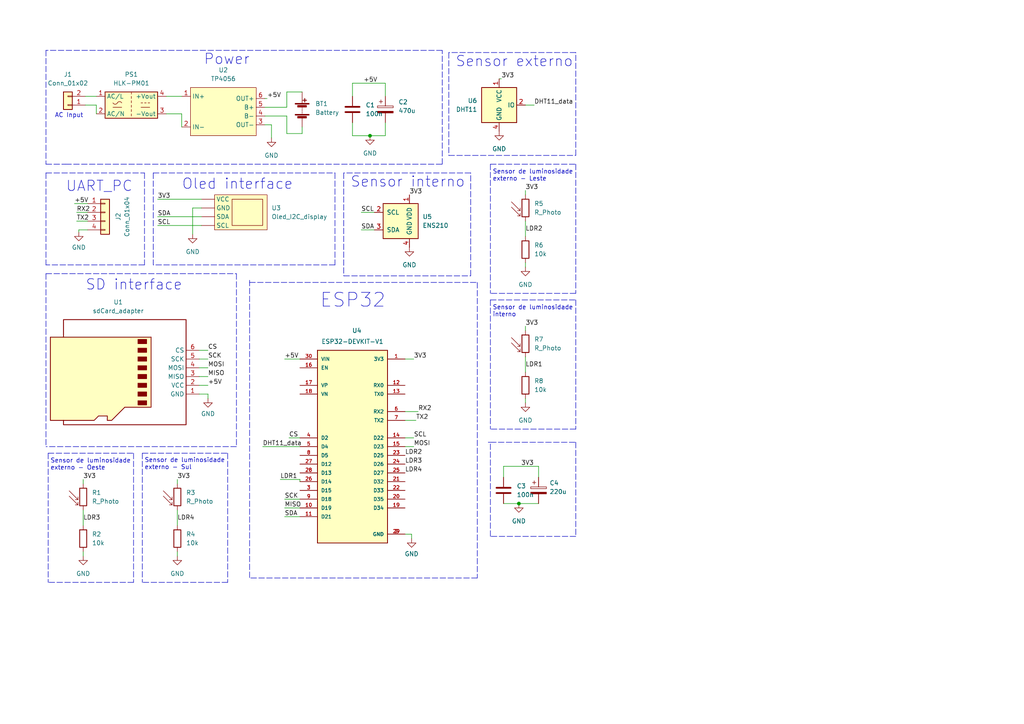
<source format=kicad_sch>
(kicad_sch (version 20211123) (generator eeschema)
  (paper "A4")
  (lib_symbols
    (symbol "Connector_Generic:Conn_01x02" (pin_names (offset 1.016) hide)
      (property "Reference" "J" (at 0 2.54 0))
      (property "Value" "Conn_01x02" (at 0 -5.08 0))
      (symbol "Conn_01x02_1_1"
        (rectangle (start -1.27 -2.413) (end 0 -2.667) (stroke (width 0.1524)))
        (rectangle (start -1.27 0.127) (end 0 -0.127) (stroke (width 0.1524)))
        (rectangle (start -1.27 1.27) (end 1.27 -3.81) (stroke (width 0.254)) (fill (type background)))
        (pin passive line (at -5.08 0 0) (length 3.81) (name "Pin_1") (number "1"))
        (pin passive line (at -5.08 -2.54 0) (length 3.81) (name "Pin_2") (number "2"))
      )
    )
    (symbol "Connector_Generic:Conn_01x04" (pin_names (offset 1.016) hide)
      (property "Reference" "J" (at 0 5.08 0))
      (property "Value" "Conn_01x04" (at 0 -7.62 0))
      (symbol "Conn_01x04_1_1"
        (rectangle (start -1.27 -4.953) (end 0 -5.207) (stroke (width 0.1524)))
        (rectangle (start -1.27 -2.413) (end 0 -2.667) (stroke (width 0.1524)))
        (rectangle (start -1.27 0.127) (end 0 -0.127) (stroke (width 0.1524)))
        (rectangle (start -1.27 2.667) (end 0 2.413) (stroke (width 0.1524)))
        (rectangle (start -1.27 3.81) (end 1.27 -6.35) (stroke (width 0.254)) (fill (type background)))
        (pin passive line (at -5.08 2.54 0) (length 3.81) (name "Pin_1") (number "1"))
        (pin passive line (at -5.08 0 0) (length 3.81) (name "Pin_2") (number "2"))
        (pin passive line (at -5.08 -2.54 0) (length 3.81) (name "Pin_3") (number "3"))
        (pin passive line (at -5.08 -5.08 0) (length 3.81) (name "Pin_4") (number "4"))
      )
    )
    (symbol "Converter_ACDC:HLK-PM01"
      (property "Reference" "PS" (at 0 5.08 0))
      (property "Value" "HLK-PM01" (at 0 -5.08 0))
      (symbol "HLK-PM01_0_1"
        (rectangle (start -7.62 3.81) (end 7.62 -3.81) (stroke (width 0.254)) (fill (type background)))
        (arc (start -5.334 0.635) (mid -4.699 0.2495) (end -4.064 0.635))
        (arc (start -2.794 0.635) (mid -3.429 1.0072) (end -4.064 0.635))
        (polyline (pts (xy -5.334 -0.635) (xy -2.794 -0.635)))
        (polyline (pts (xy 0 -2.54) (xy 0 -3.175)))
        (polyline (pts (xy 0 -1.27) (xy 0 -1.905)))
        (polyline (pts (xy 0 0) (xy 0 -0.635)))
        (polyline (pts (xy 0 1.27) (xy 0 0.635)))
        (polyline (pts (xy 0 2.54) (xy 0 1.905)))
        (polyline (pts (xy 0 3.81) (xy 0 3.175)))
        (polyline (pts (xy 2.794 -0.635) (xy 5.334 -0.635)))
        (polyline (pts (xy 2.794 0.635) (xy 3.302 0.635)))
        (polyline (pts (xy 3.81 0.635) (xy 4.318 0.635)))
        (polyline (pts (xy 4.826 0.635) (xy 5.334 0.635)))
      )
      (symbol "HLK-PM01_1_1"
        (pin power_in line (at -10.16 2.54 0) (length 2.54) (name "AC/L") (number "1"))
        (pin power_in line (at -10.16 -2.54 0) (length 2.54) (name "AC/N") (number "2"))
        (pin power_out line (at 10.16 -2.54 180) (length 2.54) (name "-Vout") (number "3"))
        (pin power_out line (at 10.16 2.54 180) (length 2.54) (name "+Vout") (number "4"))
      )
    )
    (symbol "Device:Battery" (pin_numbers hide) (pin_names (offset 0) hide)
      (property "Reference" "BT" (at 2.54 2.54 0))
      (property "Value" "Battery" (at 2.54 0 0))
      (symbol "Battery_0_1"
        (rectangle (start -2.032 -1.397) (end 2.032 -1.651) (fill (type outline)))
        (rectangle (start -2.032 1.778) (end 2.032 1.524) (fill (type outline)))
        (rectangle (start -1.3208 -1.9812) (end 1.27 -2.4892) (fill (type outline)))
        (rectangle (start -1.3208 1.1938) (end 1.27 0.6858) (fill (type outline)))
        (polyline (pts (xy 0 -1.524) (xy 0 -1.27)))
        (polyline (pts (xy 0 -1.016) (xy 0 -0.762)))
        (polyline (pts (xy 0 -0.508) (xy 0 -0.254)))
        (polyline (pts (xy 0 0) (xy 0 0.254)))
        (polyline (pts (xy 0 0.508) (xy 0 0.762)))
        (polyline (pts (xy 0 1.778) (xy 0 2.54)))
        (polyline (pts (xy 0.254 2.667) (xy 1.27 2.667)) (stroke (width 0.254)))
        (polyline (pts (xy 0.762 3.175) (xy 0.762 2.159)) (stroke (width 0.254)))
      )
      (symbol "Battery_1_1"
        (pin passive line (at 0 5.08 270) (length 2.54) (name "+") (number "1"))
        (pin passive line (at 0 -5.08 90) (length 2.54) (name "-") (number "2"))
      )
    )
    (symbol "Device:C" (pin_numbers hide) (pin_names (offset 0.254))
      (property "Reference" "C" (at 0.635 2.54 0))
      (property "Value" "C" (at 0.635 -2.54 0))
      (symbol "C_0_1"
        (polyline (pts (xy -2.032 -0.762) (xy 2.032 -0.762)) (stroke (width 0.508)))
        (polyline (pts (xy -2.032 0.762) (xy 2.032 0.762)) (stroke (width 0.508)))
      )
      (symbol "C_1_1"
        (pin passive line (at 0 3.81 270) (length 2.794) (name "~") (number "1"))
        (pin passive line (at 0 -3.81 90) (length 2.794) (name "~") (number "2"))
      )
    )
    (symbol "Device:C_Polarized" (pin_numbers hide) (pin_names (offset 0.254))
      (property "Reference" "C" (at 0.635 2.54 0))
      (property "Value" "C_Polarized" (at 0.635 -2.54 0))
      (symbol "C_Polarized_0_1"
        (rectangle (start -2.286 0.508) (end 2.286 1.016))
        (polyline (pts (xy -1.778 2.286) (xy -0.762 2.286)))
        (polyline (pts (xy -1.27 2.794) (xy -1.27 1.778)))
        (rectangle (start 2.286 -0.508) (end -2.286 -1.016) (fill (type outline)))
      )
      (symbol "C_Polarized_1_1"
        (pin passive line (at 0 3.81 270) (length 2.794) (name "~") (number "1"))
        (pin passive line (at 0 -3.81 90) (length 2.794) (name "~") (number "2"))
      )
    )
    (symbol "Device:R" (pin_numbers hide) (pin_names (offset 0))
      (property "Reference" "R" (at 2.032 0 90))
      (property "Value" "R" (at 0 0 90))
      (symbol "R_0_1"
        (rectangle (start -1.016 -2.54) (end 1.016 2.54) (stroke (width 0.254)))
      )
      (symbol "R_1_1"
        (pin passive line (at 0 3.81 270) (length 1.27) (name "~") (number "1"))
        (pin passive line (at 0 -3.81 90) (length 1.27) (name "~") (number "2"))
      )
    )
    (symbol "Device:R_Photo" (pin_numbers hide) (pin_names (offset 0))
      (property "Reference" "R" (at 1.27 1.27 0))
      (property "Value" "R_Photo" (at 1.27 0 0))
      (symbol "R_Photo_0_1"
        (rectangle (start -1.016 2.54) (end 1.016 -2.54) (stroke (width 0.254)))
        (polyline (pts (xy -1.524 -2.286) (xy -4.064 0.254)))
        (polyline (pts (xy -1.524 -2.286) (xy -2.286 -2.286)))
        (polyline (pts (xy -1.524 -2.286) (xy -1.524 -1.524)))
        (polyline (pts (xy -1.524 -0.762) (xy -4.064 1.778)))
        (polyline (pts (xy -1.524 -0.762) (xy -2.286 -0.762)))
        (polyline (pts (xy -1.524 -0.762) (xy -1.524 0)))
      )
      (symbol "R_Photo_1_1"
        (pin passive line (at 0 3.81 270) (length 1.27) (name "~") (number "1"))
        (pin passive line (at 0 -3.81 90) (length 1.27) (name "~") (number "2"))
      )
    )
    (symbol "ESP32-DEVKIT-V1:ESP32-DEVKIT-V1" (pin_names (offset 1.016))
      (property "Reference" "U" (at -10.16 30.48 0))
      (property "Value" "ESP32-DEVKIT-V1" (at -10.16 -30.48 0))
      (symbol "ESP32-DEVKIT-V1_0_0"
        (rectangle (start -10.16 -27.94) (end 10.16 27.94) (stroke (width 0.254)) (fill (type background)))
        (pin output line (at 15.24 25.4 180) (length 5.08) (name "3V3") (number "1"))
        (pin bidirectional line (at -15.24 -17.78 0) (length 5.08) (name "D19") (number "10"))
        (pin bidirectional line (at -15.24 -20.32 0) (length 5.08) (name "D21") (number "11"))
        (pin input line (at 15.24 17.78 180) (length 5.08) (name "RX0") (number "12"))
        (pin output line (at 15.24 15.24 180) (length 5.08) (name "TX0") (number "13"))
        (pin bidirectional line (at 15.24 2.54 180) (length 5.08) (name "D22") (number "14"))
        (pin bidirectional line (at 15.24 0 180) (length 5.08) (name "D23") (number "15"))
        (pin input line (at -15.24 22.86 0) (length 5.08) (name "EN") (number "16"))
        (pin bidirectional line (at -15.24 17.78 0) (length 5.08) (name "VP") (number "17"))
        (pin bidirectional line (at -15.24 15.24 0) (length 5.08) (name "VN") (number "18"))
        (pin bidirectional line (at 15.24 -17.78 180) (length 5.08) (name "D34") (number "19"))
        (pin power_in line (at 15.24 -25.4 180) (length 5.08) (name "GND") (number "2"))
        (pin bidirectional line (at 15.24 -15.24 180) (length 5.08) (name "D35") (number "20"))
        (pin bidirectional line (at 15.24 -10.16 180) (length 5.08) (name "D32") (number "21"))
        (pin bidirectional line (at 15.24 -12.7 180) (length 5.08) (name "D33") (number "22"))
        (pin bidirectional line (at 15.24 -2.54 180) (length 5.08) (name "D25") (number "23"))
        (pin bidirectional line (at 15.24 -5.08 180) (length 5.08) (name "D26") (number "24"))
        (pin bidirectional line (at 15.24 -7.62 180) (length 5.08) (name "D27") (number "25"))
        (pin bidirectional line (at -15.24 -10.16 0) (length 5.08) (name "D14") (number "26"))
        (pin bidirectional line (at -15.24 -5.08 0) (length 5.08) (name "D12") (number "27"))
        (pin bidirectional line (at -15.24 -7.62 0) (length 5.08) (name "D13") (number "28"))
        (pin power_in line (at 15.24 -25.4 180) (length 5.08) (name "GND") (number "29"))
        (pin bidirectional line (at -15.24 -12.7 0) (length 5.08) (name "D15") (number "3"))
        (pin input line (at -15.24 25.4 0) (length 5.08) (name "VIN") (number "30"))
        (pin bidirectional line (at -15.24 2.54 0) (length 5.08) (name "D2") (number "4"))
        (pin bidirectional line (at -15.24 0 0) (length 5.08) (name "D4") (number "5"))
        (pin input line (at 15.24 10.16 180) (length 5.08) (name "RX2") (number "6"))
        (pin output line (at 15.24 7.62 180) (length 5.08) (name "TX2") (number "7"))
        (pin bidirectional line (at -15.24 -2.54 0) (length 5.08) (name "D5") (number "8"))
        (pin bidirectional line (at -15.24 -15.24 0) (length 5.08) (name "D18") (number "9"))
      )
    )
    (symbol "Sensor:DHT11"
      (property "Reference" "U" (at -3.81 6.35 0))
      (property "Value" "DHT11" (at 3.81 6.35 0))
      (symbol "DHT11_0_1"
        (rectangle (start -5.08 5.08) (end 5.08 -5.08) (stroke (width 0.254)) (fill (type background)))
      )
      (symbol "DHT11_1_1"
        (pin power_in line (at 0 7.62 270) (length 2.54) (name "VCC") (number "1"))
        (pin bidirectional line (at 7.62 0 180) (length 2.54) (name "IO") (number "2"))
        (pin no_connect line (at -5.08 0 0) (length 2.54) hide (name "NC") (number "3"))
        (pin power_in line (at 0 -7.62 90) (length 2.54) (name "GND") (number "4"))
      )
    )
    (symbol "Sensor_Humidity:ENS210" (pin_names (offset 1.016))
      (property "Reference" "U" (at -7.62 10.16 0))
      (property "Value" "ENS210" (at -7.62 7.62 0))
      (symbol "ENS210_0_1"
        (rectangle (start -5.08 5.08) (end 5.08 -5.08) (stroke (width 0.254)) (fill (type background)))
      )
      (symbol "ENS210_1_1"
        (pin power_in line (at 2.54 7.62 270) (length 2.54) (name "VDD") (number "1"))
        (pin input line (at -7.62 2.54 0) (length 2.54) (name "SCL") (number "2"))
        (pin bidirectional line (at -7.62 -2.54 0) (length 2.54) (name "SDA") (number "3"))
        (pin power_in line (at 2.54 -7.62 90) (length 2.54) (name "GND") (number "4"))
        (pin passive line (at 2.54 -7.62 90) (length 2.54) hide (name "GND") (number "5"))
      )
    )
    (symbol "power:GND" (power) (pin_names (offset 0))
      (property "Value" "GND" (at 0 -3.81 0))
      (symbol "GND_0_1"
        (polyline (pts (xy 0 0) (xy 0 -1.27) (xy 1.27 -1.27) (xy 0 -2.54) (xy -1.27 -1.27) (xy 0 -1.27)))
      )
      (symbol "GND_1_1"
        (pin power_in line (at 0 0 270) (length 0) hide (name "GND") (number "1"))
      )
    )
    (symbol "sdCard_adapter_1"
      (property "Reference" "U" (at 0 0 0))
      (property "Value" "sdCard_adapter_1" (at 15.24 22.86 0))
      (symbol "sdCard_adapter_1_0_1"
        (rectangle (start -2.54 -1.905) (end 0 -3.175) (fill (type outline)))
        (rectangle (start -2.54 0.635) (end 0 -0.635) (fill (type outline)))
        (rectangle (start -2.54 3.175) (end 0 1.905) (fill (type outline)))
        (rectangle (start -2.54 5.715) (end 0 4.445) (fill (type outline)))
        (rectangle (start -2.54 8.255) (end 0 6.985) (fill (type outline)))
        (rectangle (start -2.54 10.795) (end 0 9.525) (fill (type outline)))
        (rectangle (start -2.54 13.335) (end 0 12.065) (fill (type outline)))
        (rectangle (start -2.54 15.875) (end 0 14.605) (fill (type outline)))
        (polyline (pts (xy 21.59 20.32) (xy 21.59 21.59) (xy -13.97 21.59) (xy -13.97 -8.89) (xy 21.59 -8.89) (xy 21.59 -3.81)) (stroke (width 0.254)))
        (polyline (pts (xy -3.81 -3.81) (xy -3.81 16.51) (xy 3.81 16.51) (xy 7.62 20.32) (xy 8.89 20.32) (xy 8.89 19.05) (xy 11.43 19.05) (xy 12.7 20.32) (xy 25.4 20.32) (xy 25.4 -3.81) (xy -3.81 -3.81)) (stroke (width 0.254)) (fill (type background)))
      )
      (symbol "sdCard_adapter_1_1_1"
        (pin bidirectional line (at -17.78 12.7 0) (length 3.81) (name "GND") (number "1"))
        (pin bidirectional line (at -17.78 10.16 0) (length 3.81) (name "VCC") (number "2"))
        (pin input line (at -17.78 7.62 0) (length 3.81) (name "MISO") (number "3"))
        (pin power_in line (at -17.78 5.08 0) (length 3.81) (name "MOSI") (number "4"))
        (pin input line (at -17.78 2.54 0) (length 3.81) (name "SCK") (number "5"))
        (pin power_in line (at -17.78 0 0) (length 3.81) (name "CS") (number "6"))
      )
    )
    (symbol "symbol_lib:Oled_I2C_display"
      (property "Reference" "U" (at 0 0 0))
      (property "Value" "Oled_I2C_display" (at -11.43 0 0))
      (symbol "Oled_I2C_display_0_1"
        (rectangle (start -7.62 -2.54) (end 7.62 -12.7) (fill (type background)))
        (rectangle (start -2.54 -3.81) (end 6.35 -11.43))
      )
      (symbol "Oled_I2C_display_1_1"
        (pin power_in line (at -11.43 -6.35 0) (length 3.81) (name "GND") (number ""))
        (pin power_in line (at -11.43 -11.43 0) (length 3.81) (name "SCL") (number ""))
        (pin power_in line (at -11.43 -8.89 0) (length 3.81) (name "SDA") (number ""))
        (pin power_in line (at -11.43 -3.81 0) (length 3.81) (name "VCC") (number ""))
      )
    )
    (symbol "symbol_lib:TP4056"
      (property "Reference" "U" (at 2.54 -8.89 0))
      (property "Value" "TP4056" (at -8.89 -8.89 0))
      (symbol "TP4056_0_1"
        (rectangle (start -12.7 6.35) (end 6.35 -7.62) (fill (type background)))
      )
      (symbol "TP4056_1_1"
        (pin input line (at -15.24 3.81 0) (length 2.54) (name "IN+") (number "1"))
        (pin input line (at -15.24 -5.08 0) (length 2.54) (name "IN-") (number "2"))
        (pin output line (at 8.89 -4.445 180) (length 2.54) (name "OUT-") (number "3"))
        (pin output line (at 8.89 -1.905 180) (length 2.54) (name "B-") (number "4"))
        (pin output line (at 8.89 0.635 180) (length 2.54) (name "B+") (number "5"))
        (pin output line (at 8.89 3.175 180) (length 2.54) (name "OUT+") (number "6"))
      )
    )
  )
  (junction (at 107.315 39.37))
  (junction (at 150.495 146.05))
  (polyline (pts (xy 142.24 128.27) (xy 167.005 128.27)))
  (polyline (pts (xy 136.525 80.01) (xy 136.525 50.165)))
  (wire (pts (xy 144.78 22.86) (xy 145.415 22.86)))
  (polyline (pts (xy 130.175 15.24) (xy 130.175 45.085)))
  (wire (pts (xy 55.88 67.945) (xy 55.88 60.325)))
  (wire (pts (xy 57.785 111.76) (xy 60.325 111.76)))
  (wire (pts (xy 156.21 138.43) (xy 156.21 135.255)))
  (polyline (pts (xy 142.24 155.575) (xy 142.24 128.27)))
  (wire (pts (xy 24.765 27.94) (xy 27.94 27.94)))
  (wire (pts (xy 87.63 38.735) (xy 87.63 36.83)))
  (polyline (pts (xy 13.335 50.165) (xy 13.335 76.835)))
  (wire (pts (xy 45.72 57.785) (xy 58.42 57.785)))
  (polyline (pts (xy 38.735 131.445) (xy 38.735 168.91)))
  (wire (pts (xy 104.775 61.595) (xy 108.585 61.595)))
  (polyline (pts (xy 167.005 47.625) (xy 167.005 85.09)))
  (wire (pts (xy 24.765 30.48) (xy 27.94 30.48)))
  (wire (pts (xy 111.76 39.37) (xy 111.76 35.56)))
  (wire (pts (xy 51.435 160.02) (xy 51.435 161.29)))
  (polyline (pts (xy 142.24 47.625) (xy 142.24 85.09)))
  (wire (pts (xy 117.475 127) (xy 120.015 127)))
  (polyline (pts (xy 99.695 50.165) (xy 99.695 80.01)))
  (wire (pts (xy 107.315 39.37) (xy 111.76 39.37)))
  (wire (pts (xy 81.28 139.065) (xy 86.995 139.065)))
  (polyline (pts (xy 72.39 81.28) (xy 72.39 167.64)))
  (wire (pts (xy 76.2 129.54) (xy 86.995 129.54)))
  (wire (pts (xy 146.05 135.255) (xy 156.21 135.255)))
  (polyline (pts (xy 41.275 131.445) (xy 66.04 131.445)))
  (wire (pts (xy 24.13 139.065) (xy 24.13 140.335)))
  (polyline (pts (xy 13.335 79.375) (xy 68.58 79.375)))
  (wire (pts (xy 55.88 60.325) (xy 58.42 60.325)))
  (polyline (pts (xy 13.335 79.375) (xy 13.335 129.54)))
  (polyline (pts (xy 68.58 129.54) (xy 13.335 129.54)))
  (wire (pts (xy 22.225 64.135) (xy 25.4 64.135)))
  (polyline (pts (xy 19.05 47.625) (xy 128.27 47.625)))
  (wire (pts (xy 57.785 114.3) (xy 60.325 114.3)))
  (wire (pts (xy 22.86 66.675) (xy 25.4 66.675)))
  (polyline (pts (xy 41.91 76.835) (xy 13.335 76.835)))
  (wire (pts (xy 102.235 24.13) (xy 111.76 24.13)))
  (wire (pts (xy 57.785 101.6) (xy 60.325 101.6)))
  (polyline (pts (xy 136.525 50.165) (xy 99.695 50.165)))
  (wire (pts (xy 57.785 109.22) (xy 60.325 109.22)))
  (wire (pts (xy 76.835 36.195) (xy 78.74 36.195)))
  (polyline (pts (xy 142.24 47.625) (xy 167.005 47.625)))
  (polyline (pts (xy 141.605 128.27) (xy 142.24 128.27)))
  (wire (pts (xy 51.435 139.065) (xy 51.435 140.335)))
  (wire (pts (xy 52.705 33.02) (xy 52.705 36.83)))
  (wire (pts (xy 83.185 31.115) (xy 83.185 26.67)))
  (wire (pts (xy 27.94 30.48) (xy 27.94 33.02)))
  (wire (pts (xy 76.835 31.115) (xy 83.185 31.115)))
  (polyline (pts (xy 167.005 128.27) (xy 167.005 155.575)))
  (wire (pts (xy 82.55 147.32) (xy 86.995 147.32)))
  (polyline (pts (xy 41.91 50.165) (xy 41.91 76.835)))
  (wire (pts (xy 45.72 62.865) (xy 58.42 62.865)))
  (polyline (pts (xy 13.97 131.445) (xy 38.735 131.445)))
  (wire (pts (xy 152.4 64.135) (xy 152.4 68.58)))
  (polyline (pts (xy 138.43 167.64) (xy 72.39 167.64)))
  (wire (pts (xy 117.475 121.92) (xy 120.65 121.92)))
  (polyline (pts (xy 167.005 86.995) (xy 167.005 124.46)))
  (wire (pts (xy 119.38 154.94) (xy 119.38 156.21)))
  (polyline (pts (xy 68.58 79.375) (xy 68.58 129.54)))
  (wire (pts (xy 76.835 33.655) (xy 83.185 33.655)))
  (wire (pts (xy 51.435 147.955) (xy 51.435 152.4)))
  (wire (pts (xy 83.185 38.735) (xy 87.63 38.735)))
  (wire (pts (xy 48.26 27.94) (xy 52.705 27.94)))
  (wire (pts (xy 152.4 94.615) (xy 152.4 95.885)))
  (wire (pts (xy 146.05 138.43) (xy 146.05 135.255)))
  (wire (pts (xy 82.55 144.78) (xy 86.995 144.78)))
  (polyline (pts (xy 167.005 45.085) (xy 167.005 15.24)))
  (wire (pts (xy 146.05 146.05) (xy 150.495 146.05)))
  (wire (pts (xy 24.13 160.02) (xy 24.13 161.29)))
  (wire (pts (xy 83.185 33.655) (xy 83.185 38.735)))
  (wire (pts (xy 102.235 39.37) (xy 107.315 39.37)))
  (polyline (pts (xy 38.735 168.91) (xy 13.97 168.91)))
  (wire (pts (xy 76.835 28.575) (xy 77.47 28.575)))
  (wire (pts (xy 104.775 66.675) (xy 108.585 66.675)))
  (polyline (pts (xy 167.005 85.09) (xy 142.24 85.09)))
  (polyline (pts (xy 99.695 80.01) (xy 136.525 80.01)))
  (polyline (pts (xy 142.24 86.995) (xy 167.005 86.995)))
  (wire (pts (xy 117.475 129.54) (xy 120.015 129.54)))
  (polyline (pts (xy 44.45 50.165) (xy 97.155 50.165)))
  (polyline (pts (xy 13.97 131.445) (xy 13.97 168.91)))
  (wire (pts (xy 152.4 115.57) (xy 152.4 116.84)))
  (wire (pts (xy 102.235 27.94) (xy 102.235 24.13)))
  (wire (pts (xy 152.4 76.2) (xy 152.4 77.47)))
  (polyline (pts (xy 66.04 131.445) (xy 66.04 168.91)))
  (wire (pts (xy 111.76 24.13) (xy 111.76 27.94)))
  (wire (pts (xy 48.26 33.02) (xy 52.705 33.02)))
  (polyline (pts (xy 128.27 14.605) (xy 13.335 14.605)))
  (wire (pts (xy 117.475 119.38) (xy 121.285 119.38)))
  (polyline (pts (xy 142.24 86.995) (xy 142.24 124.46)))
  (wire (pts (xy 86.995 139.065) (xy 86.995 139.7)))
  (wire (pts (xy 22.225 61.595) (xy 25.4 61.595)))
  (polyline (pts (xy 130.175 45.085) (xy 167.005 45.085)))
  (wire (pts (xy 152.4 55.245) (xy 152.4 56.515)))
  (wire (pts (xy 22.86 67.31) (xy 22.86 66.675)))
  (polyline (pts (xy 41.275 131.445) (xy 41.275 168.91)))
  (polyline (pts (xy 97.155 50.165) (xy 97.155 76.835)))
  (wire (pts (xy 82.55 104.14) (xy 86.995 104.14)))
  (polyline (pts (xy 44.45 50.165) (xy 44.45 76.835)))
  (polyline (pts (xy 167.005 155.575) (xy 142.24 155.575)))
  (wire (pts (xy 57.785 106.68) (xy 60.325 106.68)))
  (polyline (pts (xy 13.335 14.605) (xy 13.335 47.625)))
  (wire (pts (xy 117.475 154.94) (xy 119.38 154.94)))
  (wire (pts (xy 45.72 65.405) (xy 58.42 65.405)))
  (polyline (pts (xy 97.155 76.835) (xy 44.45 76.835)))
  (wire (pts (xy 152.4 30.48) (xy 154.94 30.48)))
  (wire (pts (xy 24.13 147.955) (xy 24.13 152.4)))
  (polyline (pts (xy 128.27 47.625) (xy 128.27 14.605)))
  (wire (pts (xy 156.21 146.05) (xy 150.495 146.05)))
  (wire (pts (xy 57.785 104.14) (xy 60.325 104.14)))
  (polyline (pts (xy 167.005 124.46) (xy 142.24 124.46)))
  (polyline (pts (xy 72.39 81.915) (xy 138.43 81.915)))
  (polyline (pts (xy 13.335 47.625) (xy 19.05 47.625)))
  (wire (pts (xy 78.74 36.195) (xy 78.74 40.005)))
  (polyline (pts (xy 13.335 50.165) (xy 41.91 50.165)))
  (wire (pts (xy 21.59 59.055) (xy 25.4 59.055)))
  (wire (pts (xy 117.475 104.14) (xy 120.015 104.14)))
  (wire (pts (xy 83.185 26.67) (xy 87.63 26.67)))
  (wire (pts (xy 82.55 149.86) (xy 86.995 149.86)))
  (wire (pts (xy 83.82 127) (xy 86.995 127)))
  (wire (pts (xy 60.325 114.3) (xy 60.325 115.57)))
  (polyline (pts (xy 138.43 81.915) (xy 138.43 167.64)))
  (wire (pts (xy 152.4 103.505) (xy 152.4 107.95)))
  (wire (pts (xy 102.235 35.56) (xy 102.235 39.37)))
  (polyline (pts (xy 66.04 168.91) (xy 41.275 168.91)))
  (polyline (pts (xy 167.005 15.24) (xy 130.175 15.24)))
  (text "UART_PC" (at 19.05 55.88 0) (effects (font (size 3 3)) (justify left bottom)))
  (text "Sensor de luminosidade\nexterno - Leste\n" (at 142.875 52.705 0) (effects (font (size 1.27 1.27)) (justify left bottom)))
  (text "Power " (at 59.055 19.05 0) (effects (font (size 3 3)) (justify left bottom)))
  (text "Sensor interno\n" (at 101.6 54.61 0) (effects (font (size 3 3)) (justify left bottom)))
  (text "ESP32" (at 92.71 89.535 0) (effects (font (size 4 4)) (justify left bottom)))
  (text "Oled interface\n" (at 52.705 55.245 0) (effects (font (size 3 3)) (justify left bottom)))
  (text "Sensor de luminosidade\nexterno - Sul\n\n" (at 41.91 138.43 0) (effects (font (size 1.27 1.27)) (justify left bottom)))
  (text "Sensor externo\n" (at 132.08 19.685 0) (effects (font (size 3 3)) (justify left bottom)))
  (text "Sensor de luminosidade\ninterno" (at 142.875 92.075 0) (effects (font (size 1.27 1.27)) (justify left bottom)))
  (text "Sensor de luminosidade\nexterno - Oeste\n" (at 14.605 136.525 0) (effects (font (size 1.27 1.27)) (justify left bottom)))
  (text "AC Input" (at 15.875 34.29 0) (effects (font (size 1.27 1.27)) (justify left bottom)))
  (text "SD interface\n" (at 24.765 84.455 0) (effects (font (size 3 3)) (justify left bottom)))
  (label "3V3" (at 24.13 139.065 0))
  (label "SCK" (at 82.55 144.78 0))
  (label "3V3" (at 118.745 56.515 0))
  (label "+5V" (at 105.41 24.13 0))
  (label "SDA" (at 104.775 66.675 0))
  (label "MISO" (at 82.55 147.32 0))
  (label "CS" (at 83.82 127 0))
  (label "RX2" (at 121.285 119.38 0))
  (label "SCK" (at 60.325 104.14 0))
  (label "+5V" (at 77.47 28.575 0))
  (label "MISO" (at 60.325 109.22 0))
  (label "LDR4" (at 51.435 151.13 0))
  (label "LDR3" (at 24.13 151.13 0))
  (label "SDA" (at 45.72 62.865 0))
  (label "LDR2" (at 152.4 67.31 0))
  (label "LDR1" (at 152.4 106.68 0))
  (label "LDR2" (at 117.475 132.08 0))
  (label "+5V" (at 21.59 59.055 0))
  (label "+5V" (at 60.325 111.76 0))
  (label "TX2" (at 22.225 64.135 0))
  (label "3V3" (at 120.015 104.14 0))
  (label "3V3" (at 152.4 94.615 0))
  (label "MOSI" (at 60.325 106.68 0))
  (label "3V3" (at 51.435 139.065 0))
  (label "SCL" (at 120.015 127 0))
  (label "DHT11_data" (at 154.94 30.48 0))
  (label "SCL" (at 45.72 65.405 0))
  (label "LDR4" (at 117.475 137.16 0))
  (label "3V3" (at 45.72 57.785 0))
  (label "RX2" (at 22.225 61.595 0))
  (label "+5V" (at 82.55 104.14 0))
  (label "MOSI" (at 120.015 129.54 0))
  (label "SCL" (at 104.775 61.595 0))
  (label "SDA" (at 82.55 149.86 0))
  (label "TX2" (at 120.65 121.92 0))
  (label "3V3" (at 152.4 55.245 0))
  (label "3V3" (at 145.415 22.86 0))
  (label "LDR1" (at 81.28 139.065 0))
  (label "CS" (at 60.325 101.6 0))
  (label "3V3" (at 151.13 135.255 0))
  (label "LDR3" (at 117.475 134.62 0))
  (label "DHT11_data" (at 76.2 129.54 0))
  (symbol (lib_id "Device:C") (at 102.235 31.75 0) (unit 1)
    (property "Reference" "C1" (at 106.045 30.4799 0) (effects (justify left)))
    (property "Value" "100n" (at 106.045 33.0199 0) (effects (justify left)))
  )
  (symbol (lib_id "symbol_lib:TP4056") (at 67.945 31.75 0) (unit 1)
    (property "Reference" "U2" (at 64.77 20.32 0))
    (property "Value" "TP4056" (at 64.77 22.86 0))
  )
  (symbol (lib_id "power:GND") (at 24.13 161.29 0) (unit 1)
    (property "Reference" "#PWR02" (effects hide))
    (property "Value" "GND" (at 24.13 166.37 0))
  )
  (symbol (lib_id "Device:R_Photo") (at 51.435 144.145 0) (unit 1)
    (property "Reference" "R3" (at 53.975 142.8749 0) (effects (justify left)))
    (property "Value" "R_Photo" (at 53.975 145.4149 0) (effects (justify left)))
  )
  (symbol (lib_id "Device:C_Polarized") (at 111.76 31.75 0) (unit 1)
    (property "Reference" "C2" (at 115.57 29.5909 0) (effects (justify left)))
    (property "Value" "470u" (at 115.57 32.1309 0) (effects (justify left)))
  )
  (symbol (lib_id "Device:R_Photo") (at 152.4 99.695 0) (unit 1)
    (property "Reference" "R7" (at 154.94 98.4249 0) (effects (justify left)))
    (property "Value" "R_Photo" (at 154.94 100.9649 0) (effects (justify left)))
  )
  (symbol (lib_id "Sensor:DHT11") (at 144.78 30.48 0) (unit 1)
    (property "Reference" "U6" (at 138.43 29.2099 0) (effects (justify right)))
    (property "Value" "DHT11" (at 138.43 31.7499 0) (effects (justify right)))
    (property "Footprint" "Sensor:Aosong_DHT11_5.5x12.0_P2.54mm" (effects hide))
    (property "Datasheet" "http://akizukidenshi.com/download/ds/aosong/DHT11.pdf" (effects hide))
  )
  (symbol (lib_id "Device:R") (at 24.13 156.21 0) (unit 1)
    (property "Reference" "R2" (at 26.67 154.9399 0) (effects (justify left)))
    (property "Value" "10k" (at 26.67 157.4799 0) (effects (justify left)))
  )
  (symbol (lib_id "Device:Battery") (at 87.63 31.75 0) (unit 1)
    (property "Reference" "BT1" (at 91.44 30.0989 0) (effects (justify left)))
    (property "Value" "Battery" (at 91.44 32.6389 0) (effects (justify left)))
  )
  (symbol (lib_id "power:GND") (at 119.38 156.21 0) (unit 1)
    (property "Reference" "#PWR09" (effects hide))
    (property "Value" "GND" (at 119.38 160.655 0))
  )
  (symbol (lib_id "Device:C") (at 146.05 142.24 0) (unit 1)
    (property "Reference" "C3" (at 149.86 140.9699 0) (effects (justify left)))
    (property "Value" "100n" (at 149.86 143.5099 0) (effects (justify left)))
  )
  (symbol (lib_id "Sensor_Humidity:ENS210") (at 116.205 64.135 0) (unit 1)
    (property "Reference" "U5" (at 122.555 62.8649 0) (effects (justify left)))
    (property "Value" "ENS210" (at 122.555 65.4049 0) (effects (justify left)))
    (property "Footprint" "Package_DFN_QFN:AMS_QFN-4-1EP_2x2mm_P0.95mm_EP0.7x1.6mm" (effects hide))
    (property "Datasheet" "http://ams.com/eng/Products/Environmental-Sensors/Relative-Humidity-and-Temperature-Sensors/ENS210" (effects hide))
  )
  (symbol (lib_id "power:GND") (at 55.88 67.945 0) (unit 1)
    (property "Reference" "#PWR04" (effects hide))
    (property "Value" "GND" (at 55.88 73.025 0))
  )
  (symbol (lib_id "Device:R") (at 152.4 72.39 0) (unit 1)
    (property "Reference" "R6" (at 154.94 71.1199 0) (effects (justify left)))
    (property "Value" "10k" (at 154.94 73.6599 0) (effects (justify left)))
  )
  (symbol (lib_id "power:GND") (at 22.86 67.31 0) (unit 1)
    (property "Reference" "#PWR01" (effects hide))
    (property "Value" "GND" (at 22.86 71.755 0))
  )
  (symbol (lib_id "Device:R_Photo") (at 24.13 144.145 0) (unit 1)
    (property "Reference" "R1" (at 26.67 142.8749 0) (effects (justify left)))
    (property "Value" "R_Photo" (at 26.67 145.4149 0) (effects (justify left)))
  )
  (symbol (lib_id "power:GND") (at 107.315 39.37 0) (unit 1)
    (property "Reference" "#PWR07" (effects hide))
    (property "Value" "GND" (at 107.315 44.45 0))
  )
  (symbol (lib_id "power:GND") (at 118.745 71.755 0) (unit 1)
    (property "Reference" "#PWR08" (effects hide))
    (property "Value" "GND" (at 118.745 76.835 0))
  )
  (symbol (lib_id "power:GND") (at 150.495 146.05 0) (unit 1)
    (property "Reference" "#PWR011" (effects hide))
    (property "Value" "GND" (at 150.495 151.13 0))
  )
  (symbol (lib_id "Device:R_Photo") (at 152.4 60.325 0) (unit 1)
    (property "Reference" "R5" (at 154.94 59.0549 0) (effects (justify left)))
    (property "Value" "R_Photo" (at 154.94 61.5949 0) (effects (justify left)))
  )
  (symbol (lib_id "symbol_lib:Oled_I2C_display") (at 69.85 53.975 0) (unit 1)
    (property "Reference" "U3" (at 78.74 60.3249 0) (effects (justify left)))
    (property "Value" "Oled_I2C_display" (at 78.74 62.8649 0) (effects (justify left)))
  )
  (symbol (lib_id "Connector_Generic:Conn_01x02") (at 19.685 30.48 180) (unit 1)
    (property "Reference" "J1" (at 19.685 21.59 0))
    (property "Value" "Conn_01x02" (at 19.685 24.13 0))
  )
  (symbol (lib_id "Device:R") (at 51.435 156.21 0) (unit 1)
    (property "Reference" "R4" (at 53.975 154.9399 0) (effects (justify left)))
    (property "Value" "10k" (at 53.975 157.4799 0) (effects (justify left)))
  )
  (symbol (lib_id "ESP32-DEVKIT-V1:ESP32-DEVKIT-V1") (at 102.235 129.54 0) (unit 1)
    (property "Reference" "U4" (at 103.505 95.885 0))
    (property "Value" "ESP32-DEVKIT-V1" (at 102.235 99.06 0))
    (property "Footprint" "MODULE_ESP32_DEVKIT_V1" (effects hide))
    (property "PARTREV" "N/A" (effects hide))
    (property "MANUFACTURER" "DOIT" (effects hide))
    (property "STANDARD" "Manufacturer Recommendations" (effects hide))
    (property "MAXIMUM_PACKAGE_HEIGHT" "6.8 mm" (effects hide))
  )
  (symbol (lib_id "power:GND") (at 144.78 38.1 0) (unit 1)
    (property "Reference" "#PWR010" (effects hide))
    (property "Value" "GND" (at 144.78 43.18 0))
  )
  (symbol (lib_name "sdCard_adapter_1") (lib_id "symbol_lib:sdCard_adapter") (at 40.005 101.6 180) (unit 1)
    (property "Reference" "U1" (at 34.29 87.63 0))
    (property "Value" "sdCard_adapter" (at 34.29 90.17 0))
  )
  (symbol (lib_id "power:GND") (at 78.74 40.005 0) (unit 1)
    (property "Reference" "#PWR06" (effects hide))
    (property "Value" "GND" (at 78.74 45.085 0))
  )
  (symbol (lib_id "Device:C_Polarized") (at 156.21 142.24 0) (unit 1)
    (property "Reference" "C4" (at 159.385 140.0809 0) (effects (justify left)))
    (property "Value" "220u" (at 159.385 142.6209 0) (effects (justify left)))
  )
  (symbol (lib_id "power:GND") (at 60.325 115.57 0) (unit 1)
    (property "Reference" "#PWR05" (effects hide))
    (property "Value" "GND" (at 60.325 120.015 0))
  )
  (symbol (lib_id "Converter_ACDC:HLK-PM01") (at 38.1 30.48 0) (unit 1)
    (property "Reference" "PS1" (at 38.1 21.59 0))
    (property "Value" "HLK-PM01" (at 38.1 24.13 0))
    (property "Footprint" "Converter_ACDC:Converter_ACDC_HiLink_HLK-PMxx" (effects hide))
    (property "Datasheet" "http://www.hlktech.net/product_detail.php?ProId=54" (effects hide))
  )
  (symbol (lib_id "power:GND") (at 51.435 161.29 0) (unit 1)
    (property "Reference" "#PWR03" (effects hide))
    (property "Value" "GND" (at 51.435 166.37 0))
  )
  (symbol (lib_id "Connector_Generic:Conn_01x04") (at 30.48 61.595 0) (unit 1)
    (property "Reference" "J2" (at 34.29 62.865 90))
    (property "Value" "Conn_01x04" (at 36.83 62.865 90))
  )
  (symbol (lib_id "power:GND") (at 152.4 116.84 0) (unit 1)
    (property "Reference" "#PWR013" (effects hide))
    (property "Value" "GND" (at 152.4 121.92 0))
  )
  (symbol (lib_id "Device:R") (at 152.4 111.76 0) (unit 1)
    (property "Reference" "R8" (at 154.94 110.4899 0) (effects (justify left)))
    (property "Value" "10k" (at 154.94 113.0299 0) (effects (justify left)))
  )
  (symbol (lib_id "power:GND") (at 152.4 77.47 0) (unit 1)
    (property "Reference" "#PWR012" (effects hide))
    (property "Value" "GND" (at 152.4 82.55 0))
  )
)
</source>
